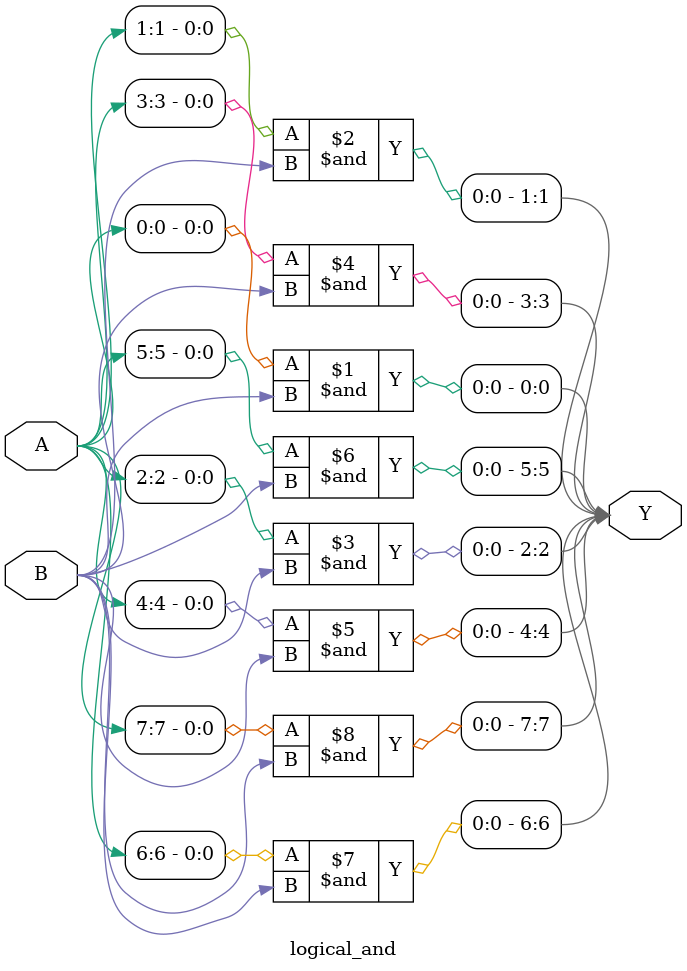
<source format=v>
module logical_and(A, B, Y);

	input [7:0] A;
	input B;
	
	output [7:0] Y;
	
	
	and(Y[0],A[0],B);
	and(Y[1],A[1],B);
	and(Y[2],A[2],B);
	and(Y[3],A[3],B);
	
	and(Y[4],A[4],B);
	and(Y[5],A[5],B);
	and(Y[6],A[6],B);
	and(Y[7],A[7],B);

endmodule //logical_and
</source>
